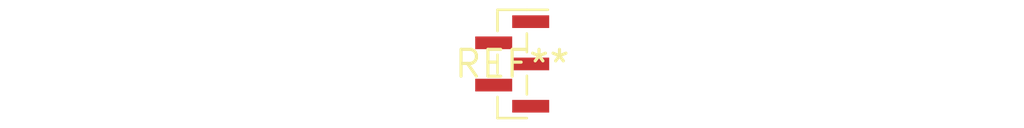
<source format=kicad_pcb>
(kicad_pcb (version 20240108) (generator pcbnew)
  (layers (0 "F.Cu" signal) (31 "B.Cu" signal) (34 "B.Paste" user) (35 "F.Paste" user) (36 "B.SilkS" user "B.Silkscreen") (37 "F.SilkS" user "F.Silkscreen") (38 "B.Mask" user) (39 "F.Mask" user) (44 "Edge.Cuts" user))
  (net 0 "")
  (footprint "PinHeader_1x05_P1.00mm_Vertical_SMD_Pin1Right" (layer "F.Cu") (at 0 0)
    (property "Reference" "REF**")
    (property "Value" "PinHeader_1x05_P1.00mm_Vertical_SMD_Pin1Right")
    (fp_line (start -0.695 -2.56) (end -0.695 -1.56) (layer "F.SilkS") (stroke (width 0.12)))
    (fp_line (start -0.695 -2.56) (end 0.695 -2.56) (layer "F.SilkS") (stroke (width 0.12)))
    (fp_line (start -0.695 -2.44) (end -0.695 -1.56) (layer "F.SilkS") (stroke (width 0.12)))
    (fp_line (start -0.695 -0.44) (end -0.695 0.44) (layer "F.SilkS") (stroke (width 0.12)))
    (fp_line (start -0.695 1.56) (end -0.695 2.56) (layer "F.SilkS") (stroke (width 0.12)))
    (fp_line (start -0.695 2.56) (end -0.695 2.56) (layer "F.SilkS") (stroke (width 0.12)))
    (fp_line (start -0.695 2.56) (end 0.695 2.56) (layer "F.SilkS") (stroke (width 0.12)))
    (fp_line (start 0.695 -2.56) (end 0.695 -2.56) (layer "F.SilkS") (stroke (width 0.12)))
    (fp_line (start 0.695 -2.56) (end 1.69 -2.56) (layer "F.SilkS") (stroke (width 0.12)))
    (fp_line (start 0.695 -1.44) (end 0.695 -0.56) (layer "F.SilkS") (stroke (width 0.12)))
    (fp_line (start 0.695 0.56) (end 0.695 1.44) (layer "F.SilkS") (stroke (width 0.12)))
    (pad "1" smd rect (at 0.875 -2) (size 1.75 0.6) (layers "F.Cu" "F.Paste" "F.Mask"))
    (pad "2" smd rect (at -0.875 -1) (size 1.75 0.6) (layers "F.Cu" "F.Paste" "F.Mask"))
    (pad "3" smd rect (at 0.875 0) (size 1.75 0.6) (layers "F.Cu" "F.Paste" "F.Mask"))
    (pad "4" smd rect (at -0.875 1) (size 1.75 0.6) (layers "F.Cu" "F.Paste" "F.Mask"))
    (pad "5" smd rect (at 0.875 2) (size 1.75 0.6) (layers "F.Cu" "F.Paste" "F.Mask"))
  )
)
</source>
